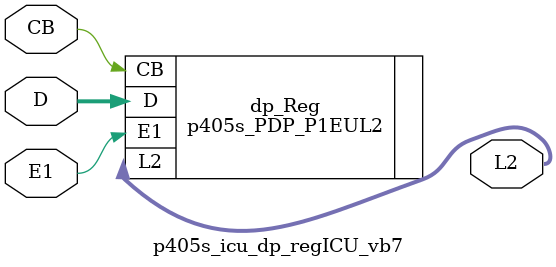
<source format=v>
module p405s_icu_dp_regICU_vb7(
                                CB,
                                D,
                                E1,
                                L2
                               );

    input  CB; 
    input [0:31] D; 
    input  E1; 
    output [0:31] L2; 

p405s_PDP_P1EUL2
 #(32, 1, 1, 1, 2, 0 ) dp_Reg (
                                         .CB  (CB),
                                         .D   (D),
                                         .E1  (E1),
                                         .L2  (L2)
                                         );

endmodule

</source>
